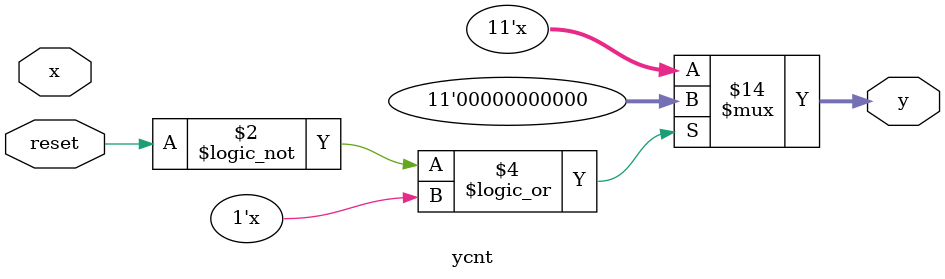
<source format=v>
module ycnt
(
    input x, // Looking for x position to change to change y position
    input reset, // 0 = reset, 1 = no reset
    output reg [10:0] y // Y is value from 0 to 1919 (1920 pixels)
);

parameter Y_MAX = 1080;

initial y = 0;

// Whenever X changes, may need to update Y as well
always @(x or reset) begin
    if (!reset || y == Y_MAX - 1)
        y <= 0;
    else begin
		  // X changed to 0, increment Y
        if (x == 0 && y < Y_MAX - 1) y <= y + 1;
		  // X did not change to 0, keep y value
		  else y <= y;
    end
end

endmodule
</source>
